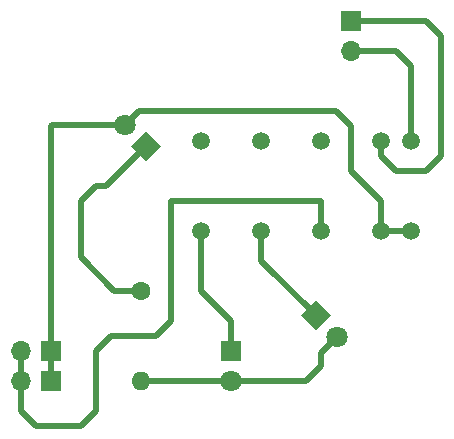
<source format=gbl>
G04 #@! TF.GenerationSoftware,KiCad,Pcbnew,5.1.10*
G04 #@! TF.CreationDate,2021-05-04T22:43:39+02:00*
G04 #@! TF.ProjectId,Weichensimulator-45rechts,57656963-6865-46e7-9369-6d756c61746f,rev?*
G04 #@! TF.SameCoordinates,Original*
G04 #@! TF.FileFunction,Copper,L2,Bot*
G04 #@! TF.FilePolarity,Positive*
%FSLAX46Y46*%
G04 Gerber Fmt 4.6, Leading zero omitted, Abs format (unit mm)*
G04 Created by KiCad (PCBNEW 5.1.10) date 2021-05-04 22:43:39*
%MOMM*%
%LPD*%
G01*
G04 APERTURE LIST*
G04 #@! TA.AperFunction,ComponentPad*
%ADD10C,1.800000*%
G04 #@! TD*
G04 #@! TA.AperFunction,ComponentPad*
%ADD11C,0.100000*%
G04 #@! TD*
G04 #@! TA.AperFunction,ComponentPad*
%ADD12C,1.500000*%
G04 #@! TD*
G04 #@! TA.AperFunction,ComponentPad*
%ADD13R,1.800000X1.800000*%
G04 #@! TD*
G04 #@! TA.AperFunction,ComponentPad*
%ADD14O,1.600000X1.600000*%
G04 #@! TD*
G04 #@! TA.AperFunction,ComponentPad*
%ADD15C,1.600000*%
G04 #@! TD*
G04 #@! TA.AperFunction,ComponentPad*
%ADD16O,1.700000X1.700000*%
G04 #@! TD*
G04 #@! TA.AperFunction,ComponentPad*
%ADD17R,1.700000X1.700000*%
G04 #@! TD*
G04 #@! TA.AperFunction,Conductor*
%ADD18C,0.500000*%
G04 #@! TD*
G04 APERTURE END LIST*
D10*
X139613949Y-106593949D03*
G04 #@! TA.AperFunction,ComponentPad*
D11*
G36*
X142682792Y-108390000D02*
G01*
X141410000Y-109662792D01*
X140137208Y-108390000D01*
X141410000Y-107117208D01*
X142682792Y-108390000D01*
G37*
G04 #@! TD.AperFunction*
D12*
X163830000Y-107950000D03*
X161290000Y-107950000D03*
X156210000Y-107950000D03*
X151130000Y-107950000D03*
X146050000Y-107950000D03*
X146050000Y-115570000D03*
X151130000Y-115570000D03*
X156210000Y-115570000D03*
X161290000Y-115570000D03*
X163830000Y-115570000D03*
D13*
X148590000Y-125730000D03*
D10*
X148590000Y-128270000D03*
X157566051Y-124546051D03*
G04 #@! TA.AperFunction,ComponentPad*
D11*
G36*
X154497208Y-122750000D02*
G01*
X155770000Y-121477208D01*
X157042792Y-122750000D01*
X155770000Y-124022792D01*
X154497208Y-122750000D01*
G37*
G04 #@! TD.AperFunction*
D14*
X140970000Y-128270000D03*
D15*
X140970000Y-120650000D03*
D16*
X158750000Y-100330000D03*
D17*
X158750000Y-97790000D03*
X133350000Y-125730000D03*
D16*
X130810000Y-125730000D03*
X130810000Y-128270000D03*
D17*
X133350000Y-128270000D03*
D18*
X139700000Y-120650000D02*
X140970000Y-120650000D01*
X135890000Y-117824001D02*
X138715999Y-120650000D01*
X138715999Y-120650000D02*
X139700000Y-120650000D01*
X135890000Y-113030000D02*
X135890000Y-117824001D01*
X137160000Y-111760000D02*
X135890000Y-113030000D01*
X138040000Y-111760000D02*
X137160000Y-111760000D01*
X141410000Y-108390000D02*
X138040000Y-111760000D01*
X146050000Y-115570000D02*
X146050000Y-120650000D01*
X146050000Y-120650000D02*
X148590000Y-123190000D01*
X148590000Y-123190000D02*
X148590000Y-125730000D01*
X151130000Y-118110000D02*
X155770000Y-122750000D01*
X151130000Y-115570000D02*
X151130000Y-118110000D01*
X158750000Y-100330000D02*
X162560000Y-100330000D01*
X163830000Y-101600000D02*
X163830000Y-107950000D01*
X162560000Y-100330000D02*
X163830000Y-101600000D01*
X165100000Y-97790000D02*
X158750000Y-97790000D01*
X166370000Y-99060000D02*
X165100000Y-97790000D01*
X166370000Y-109220000D02*
X166370000Y-99060000D01*
X165100000Y-110490000D02*
X166370000Y-109220000D01*
X162560000Y-110490000D02*
X165100000Y-110490000D01*
X161290000Y-109220000D02*
X162560000Y-110490000D01*
X161290000Y-107950000D02*
X161290000Y-109220000D01*
X133350000Y-125730000D02*
X133350000Y-128270000D01*
X139613949Y-106593949D02*
X133436051Y-106593949D01*
X133350000Y-106680000D02*
X133350000Y-125730000D01*
X133436051Y-106593949D02*
X133350000Y-106680000D01*
X161290000Y-115570000D02*
X163830000Y-115570000D01*
X161290000Y-113030000D02*
X161290000Y-115570000D01*
X158750000Y-110490000D02*
X161290000Y-113030000D01*
X157480000Y-105410000D02*
X158750000Y-106680000D01*
X140797898Y-105410000D02*
X157480000Y-105410000D01*
X158750000Y-106680000D02*
X158750000Y-110490000D01*
X139613949Y-106593949D02*
X140797898Y-105410000D01*
X130810000Y-125730000D02*
X130810000Y-128270000D01*
X156210000Y-113030000D02*
X156210000Y-115570000D01*
X143510000Y-113030000D02*
X156210000Y-113030000D01*
X143510000Y-123190000D02*
X143510000Y-113030000D01*
X138430000Y-124460000D02*
X142240000Y-124460000D01*
X137160000Y-125730000D02*
X138430000Y-124460000D01*
X137160000Y-130810000D02*
X137160000Y-125730000D01*
X135890000Y-132080000D02*
X137160000Y-130810000D01*
X142240000Y-124460000D02*
X143510000Y-123190000D01*
X132080000Y-132080000D02*
X135890000Y-132080000D01*
X130810000Y-130810000D02*
X132080000Y-132080000D01*
X130810000Y-128270000D02*
X130810000Y-130810000D01*
X140970000Y-128270000D02*
X148590000Y-128270000D01*
X148590000Y-128270000D02*
X154940000Y-128270000D01*
X154940000Y-128270000D02*
X156210000Y-127000000D01*
X156210000Y-127000000D02*
X156210000Y-125902102D01*
X156210000Y-125902102D02*
X157566051Y-124546051D01*
M02*

</source>
